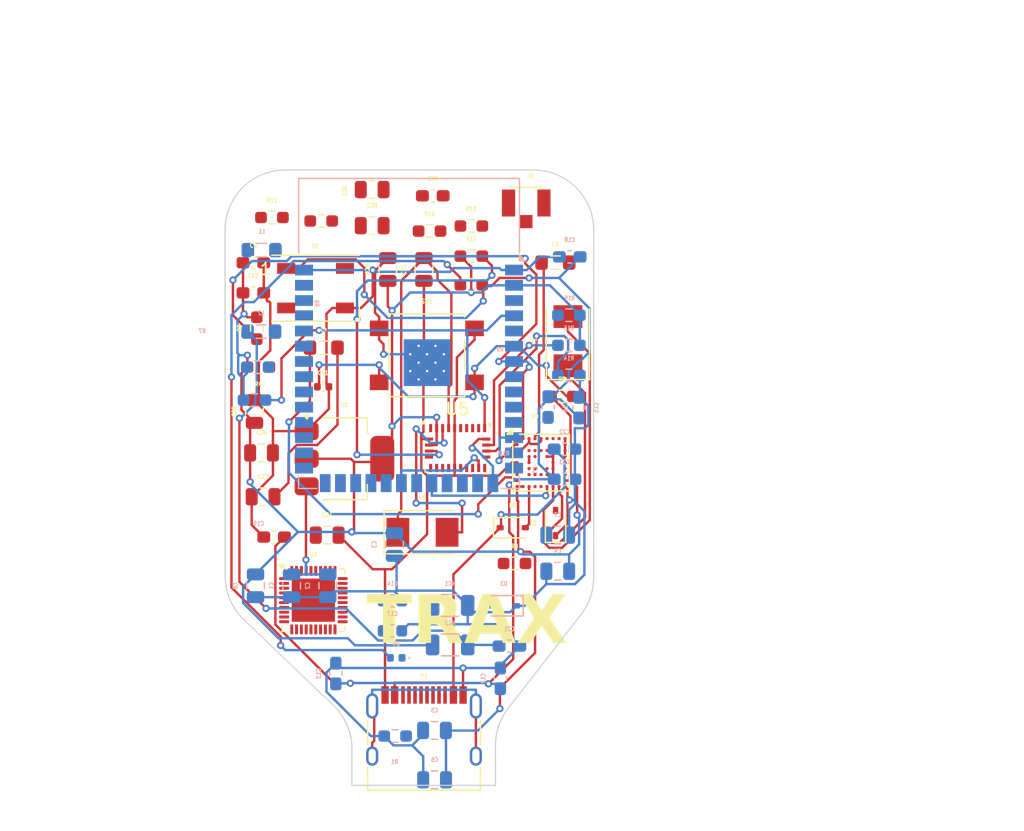
<source format=kicad_pcb>
(kicad_pcb (version 20240108) (generator "pcbnew") (generator_version "8.0")
  (layers (0 "F.Cu" signal) (31 "B.Cu" signal) (34 "B.Paste" user) (35 "F.Paste" user) (36 "B.SilkS" user "B.Silkscreen") (37 "F.SilkS" user "F.Silkscreen") (38 "B.Mask" user) (39 "F.Mask" user) (44 "Edge.Cuts" user))
  (net 0 "")
  (net 1 "+3V3")
  (net 2 "GND")
  (net 3 "EN")
  (net 4 "Net-(U3-VMID)")
  (net 5 "VSYS")
  (net 6 "Net-(U3-VREF)")
  (net 7 "Net-(U3-FB1)")
  (net 8 "VBUS")
  (net 9 "SW_L1")
  (net 10 "Net-(U4-V_CORE)")
  (net 11 "Net-(U5-XOUT32{slash}CLKSEL1)")
  (net 12 "Net-(U5-XIN32)")
  (net 13 "Net-(U5-CAP)")
  (net 14 "D+")
  (net 15 "D-")
  (net 16 "ANT")
  (net 17 "Net-(U3-SW)")
  (net 18 "Net-(U3-LX1)")
  (net 19 "Net-(U4-V_DCDC_OUT)")
  (net 20 "Net-(U3-TS)")
  (net 21 "Net-(P1-SHIELD)")
  (net 23 "Net-(JP1-A)")
  (net 25 "PMIC_IRQ")
  (net 26 "SCL_MASTER")
  (net 27 "SDA_MASTER")
  (net 28 "LEDCNTRL")
  (net 29 "SDA_GPS")
  (net 30 "SCL_GPS")
  (net 31 "PRES_SENS")
  (net 32 "Net-(U5-PS0{slash}WAKE)")
  (net 33 "Net-(U5-PS1)")
  (net 34 "Net-(U5-~{BOOT})")
  (net 35 "Net-(U5-~{RST})")
  (net 36 "Net-(U5-~{H_CS})")
  (net 37 "Net-(U5-SA0{slash}H_MOSI)")
  (net 38 "TXD")
  (net 39 "INT_GPS")
  (net 40 "INT_IMU")
  (net 41 "GPIO0")
  (net 42 "RXD")
  (net 43 "GPIO46")
  (net 44 "LNA_GPS")
  (net 45 "TIMEPULSE_GPS")
  (net 46 "RESET_GPS")
  (net 47 "PMIC_PWRON")
  (net 50 "+1V5")
  (net 57 "VBAT")
  (net 70 "+2V8")
  (net 77 "Net-(U4-RTC_O)")
  (net 78 "Net-(U4-RTC_I)")
  (net 91 "Net-(U1-VI)")
  (net 92 "Net-(C24-Pad1)")
  (net 94 "Net-(D1-DIN)")
  (net 95 "Net-(D4-A)")
  (net 96 "Net-(D4-K)")
  (footprint "Resistor_SMD:R_0603_1608Metric_Pad0.98x0.95mm_HandSolder" (layer "F.Cu") (at 94.9025 54.78)
    (property "Reference" "R9")
    (property "Value" "1M")
  )
  (footprint "Capacitor_SMD:C_0805_2012Metric" (layer "F.Cu") (at 89.93 74.11)
    (property "Reference" "C26")
    (property "Value" "100n")
  )
  (footprint "Capacitor_SMD:C_0805_2012Metric" (layer "F.Cu") (at 90.06 77.77)
    (property "Reference" "C27")
    (property "Value" "4.7u")
  )
  (footprint "RF_GPS:ublox_ZOE_M8" (layer "F.Cu") (at 113.22 74.92)
    (property "Reference" "U4")
    (property "Value" "ZOE-M8Q")
  )
  (footprint "Resistor_SMD:R_0603_1608Metric_Pad0.98x0.95mm_HandSolder" (layer "F.Cu") (at 89.6675 66.96 180)
    (property "Reference" "R4")
    (property "Value" "4.7k")
  )
  (footprint "Capacitor_SMD:C_0805_2012Metric" (layer "F.Cu") (at 100.45 58.82 90)
    (property "Reference" "C29")
    (property "Value" "100n")
  )
  (footprint "Resistor_SMD:R_0603_1608Metric_Pad0.98x0.95mm_HandSolder" (layer "F.Cu") (at 89.54 63.7175 90)
    (property "Reference" "R3")
    (property "Value" "4.7k")
  )
  (footprint "Diode_SMD:D_SOD-323" (layer "F.Cu") (at 114.43 79.96 90)
    (property "Reference" "D2")
    (property "Value" "SD05_SOD323")
  )
  (footprint "U.FL-R-SMT_01_:HRS_U.FL-R-SMT_01_" (layer "F.Cu") (at 111.985 53.28)
    (property "Reference" "J2")
    (property "Value" "U.FL-R-SMT_01_")
  )
  (footprint "Resistor_SMD:R_0603_1608Metric_Pad0.98x0.95mm_HandSolder" (layer "F.Cu") (at 114.9575 69.4)
    (property "Reference" "R5")
    (property "Value" "10k")
  )
  (footprint "Crystal:Crystal_SMD_Abracon_ABM3-2Pin_5.0x3.2mm" (layer "F.Cu") (at 103.34 80.73)
    (property "Reference" "Y2")
    (property "Value" "32.768Khz Crystal")
  )
  (footprint "Capacitor_SMD:C_0603_1608Metric_Pad1.08x0.95mm_HandSolder" (layer "F.Cu") (at 90.9775 81.13)
    (property "Reference" "C19")
    (property "Value" "22u")
  )
  (footprint "Resistor_SMD:R_0603_1608Metric_Pad0.98x0.95mm_HandSolder" (layer "F.Cu") (at 107.4125 55.2)
    (property "Reference" "R18")
    (property "Value" "10k")
  )
  (footprint "Package_TO_SOT_SMD:SOT-223-3_TabPin2" (layer "F.Cu") (at 96.84 74.6)
    (property "Reference" "U1")
    (property "Value" "AMS1117-3.3")
  )
  (footprint "Package_LGA:LGA-28_5.2x3.8mm_P0.5mm" (layer "F.Cu") (at 106.27 73.71)
    (property "Reference" "U5")
    (property "Value" "BNO080")
  )
  (footprint "Capacitor_SMD:C_0603_1608Metric_Pad1.08x0.95mm_HandSolder" (layer "F.Cu") (at 89.25 60.77)
    (property "Reference" "C10")
    (property "Value" "0.1u")
  )
  (footprint "Connector_USB:USB_C_Receptacle_HRO_TYPE-C-31-M-12" (layer "F.Cu") (at 103.47 98.34)
    (property "Reference" "P1")
    (property "Value" "USB_C_Plug_USB2.0")
  )
  (footprint "Capacitor_SMD:C_0603_1608Metric_Pad1.08x0.95mm_HandSolder" (layer "F.Cu") (at 104.1975 52.68)
    (property "Reference" "C20")
    (property "Value" "22u")
  )
  (footprint "Capacitor_SMD:C_0805_2012Metric" (layer "F.Cu") (at 103.46 58.82 90)
    (property "Reference" "C31")
    (property "Value" "22p")
  )
  (footprint "Resistor_SMD:R_0603_1608Metric_Pad0.98x0.95mm_HandSolder" (layer "F.Cu") (at 107.4075 60.11)
    (property "Reference" "R10")
    (property "Value" "1k")
  )
  (footprint "Button_Switch_SMD:SW_SPST_B3S-1000" (layer "F.Cu") (at 103.705 65.98)
    (property "Reference" "SW1")
    (property "Value" "SW_Push")
  )
  (footprint "Capacitor_SMD:C_0805_2012Metric" (layer "F.Cu") (at 99.15 55.17)
    (property "Reference" "C28")
    (property "Value" "100n")
  )
  (footprint "Inductor_SMD:L_0805_2012Metric_Pad1.05x1.20mm_HandSolder" (layer "F.Cu") (at 95.11 65.34)
    (property "Reference" "L4")
    (property "Value" "2.2u")
  )
  (footprint "Capacitor_SMD:C_0805_2012Metric" (layer "F.Cu") (at 89.3425 70.66 90)
    (property "Reference" "C25")
    (property "Value" "1u")
  )
  (footprint "Package_DFN_QFN:QFN-40-1EP_5x5mm_P0.4mm_EP3.6x3.6mm" (layer "F.Cu") (at 94.25 86.39)
    (property "Reference" "U3")
    (property "Value" "AXP2101")
  )
  (footprint "Diode_SMD:D_SOD-323" (layer "F.Cu") (at 110.86 80.35)
    (property "Reference" "D5")
    (property "Value" "SD05_SOD323")
  )
  (footprint "Crystal:Crystal_SMD_Abracon_ABM3-2Pin_5.0x3.2mm" (layer "F.Cu") (at 115.46 64.8 90)
    (property "Reference" "Y1")
    (property "Value" "32.768Khz Crystal")
  )
  (footprint "Resistor_SMD:R_0603_1608Metric_Pad0.98x0.95mm_HandSolder" (layer "F.Cu") (at 103.9325 55.62)
    (property "Reference" "R16")
    (property "Value" "10k")
  )
  (footprint "Capacitor_SMD:C_0402_1005Metric" (layer "F.Cu") (at 95.06 68.6)
    (property "Reference" "C11")
    (property "Value" "100n")
  )
  (footprint "Resistor_SMD:R_0603_1608Metric_Pad0.98x0.95mm_HandSolder" (layer "F.Cu") (at 90.7975 54.49)
    (property "Reference" "R11")
    (property "Value" "4.7k")
  )
  (footprint "Inductor_SMD:L_0805_2012Metric_Pad1.05x1.20mm_HandSolder" (layer "F.Cu") (at 114.415 58.25)
    (property "Reference" "L3")
    (property "Value" "10u")
  )
  (footprint "Resistor_SMD:R_0603_1608Metric_Pad0.98x0.95mm_HandSolder" (layer "F.Cu") (at 107.4125 57.71)
    (property "Reference" "R17")
    (property "Value" "10k")
  )
  (footprint "Capacitor_SMD:C_0805_2012Metric" (layer "F.Cu") (at 95.4 80.97)
    (property "Reference" "C24")
    (property "Value" "1u")
  )
  (footprint "Resistor_SMD:R_0603_1608Metric_Pad0.98x0.95mm_HandSolder" (layer "F.Cu") (at 111.0125 83.33)
    (property "Reference" "R8")
    (property "Value" "510")
  )
  (footprint "LED_SMD:LED_WS2812B_PLCC4_5.0x5.0mm_P3.2mm" (layer "F.Cu") (at 94.43 60.38)
    (property "Reference" "D1")
    (property "Value" "WS2812B")
  )
  (footprint "Capacitor_SMD:C_0805_2012Metric" (layer "F.Cu") (at 99.15 52.16)
    (property "Reference" "C30")
    (property "Value" "22p")
  )
  (footprint "Capacitor_SMD:C_0603_1608Metric_Pad1.08x0.95mm_HandSolder" (layer "F.Cu") (at 89.25 58.26)
    (property "Reference" "C9")
    (property "Value" "22u")
  )
  (footprint "Capacitor_SMD:C_0603_1608Metric_Pad1.08x0.95mm_HandSolder" (layer "B.Cu") (at 109.83 92.91 -90)
    (property "Reference" "C12")
    (property "Value" "10u")
  )
  (footprint "Capacitor_SMD:C_0603_1608Metric" (layer "B.Cu") (at 100.8375 88.95 180)
    (property "Reference" "C17")
    (property "Value" "1u")
  )
  (footprint "Resistor_SMD:R_0603_1608Metric_Pad0.98x0.95mm_HandSolder" (layer "B.Cu") (at 115.54 65.145 180)
    (property "Reference" "R15")
    (property "Value" "10k")
  )
  (footprint "Inductor_SMD:L_0805_2012Metric_Pad1.05x1.20mm_HandSolder" (layer "B.Cu") (at 89.94 57.21 180)
    (property "Reference" "L1")
    (property "Value" "1u")
  )
  (footprint "Capacitor_SMD:C_0805_2012Metric" (layer "B.Cu") (at 104.35 101.37 180)
    (property "Reference" "C6")
    (property "Value" "1u")
  )
  (footprint "Capacitor_SMD:C_0805_2012Metric" (layer "B.Cu") (at 114.61 80.97 180)
    (property "Reference" "C7")
    (property "Value" "100n")
  )
  (footprint "Capacitor_SMD:C_0805_2012Metric" (layer "B.Cu") (at 95.45 85.19 -90)
    (property "Reference" "C2")
    (property "Value" "100n")
  )
  (footprint "LED_SMD:LED_0402_1005Metric" (layer "B.Cu") (at 101.1525 91.2 180)
    (property "Reference" "D4")
    (property "Value" "LED")
  )
  (footprint "Capacitor_SMD:C_0603_1608Metric_Pad1.08x0.95mm_HandSolder" (layer "B.Cu") (at 116.38 70.3425 90)
    (property "Reference" "C15")
    (property "Value" "22u")
  )
  (footprint "Resistor_SMD:R_0603_1608Metric_Pad0.98x0.95mm_HandSolder" (layer "B.Cu") (at 115.54 67.655 180)
    (property "Reference" "R14")
    (property "Value" "10k")
  )
  (footprint "Capacitor_SMD:C_0805_2012Metric" (layer "B.Cu") (at 89.43 85.19 -90)
    (property "Reference" "C8")
    (property "Value" "100n")
  )
  (footprint "Capacitor_SMD:C_0603_1608Metric_Pad1.08x0.95mm_HandSolder" (layer "B.Cu") (at 110.5825 90.22 180)
    (property "Reference" "C21")
    (property "Value" "22u")
  )
  (footprint "Capacitor_SMD:C_0603_1608Metric_Pad1.08x0.95mm_HandSolder" (layer "B.Cu") (at 96.12 92.5025 -90)
    (property "Reference" "C13")
    (property "Value" "10u")
  )
  (footprint "Capacitor_SMD:C_0603_1608Metric_Pad1.08x0.95mm_HandSolder" (layer "B.Cu") (at 115.1775 76.31 180)
    (property "Reference" "C23")
    (property "Value" "10u")
  )
  (footprint "RF_Module:ESP32-S3-WROOM-1" (layer "B.Cu") (at 102.22 64.13 180)
    (property "Reference" "U2")
    (property "Value" "ESP32-S3-WROOM-1")
  )
  (footprint "Resistor_SMD:R_0603_1608Metric_Pad0.98x0.95mm_HandSolder" (layer "B.Cu") (at 89.6075 66.97 180)
    (property "Reference" "R6")
    (property "Value" "4.7k")
  )
  (footprint "Capacitor_SMD:C_0805_2012Metric" (layer "B.Cu") (at 104.34 97.25 180)
    (property "Reference" "C5")
    (property "Value" "100n")
  )
  (footprint "Capacitor_SMD:C_0805_2012Metric" (layer "B.Cu") (at 114.61 83.98 180)
    (property "Reference" "C4")
    (property "Value" "100n")
  )
  (footprint "Capacitor_SMD:C_0603_1608Metric_Pad1.08x0.95mm_HandSolder" (layer "B.Cu") (at 115.1775 73.8 180)
    (property "Reference" "C22")
    (property "Value" "10u")
  )
  (footprint "Resistor_SMD:R_0603_1608Metric_Pad0.98x0.95mm_HandSolder" (layer "B.Cu") (at 89.3425 69.71 180)
    (property "Reference" "R7")
    (property "Value" "4.7k")
  )
  (footprint "Resistor_SMD:R_1206_3216Metric" (layer "B.Cu") (at 105.6475 86.83 180)
    (property "Reference" "NC1")
    (property "Value" "0")
  )
  (footprint "Resistor_SMD:R_0603_1608Metric_Pad0.98x0.95mm_HandSolder" (layer "B.Cu") (at 101.0625 97.72 180)
    (property "Reference" "R1")
    (property "Value" "10k")
  )
  (footprint "Capacitor_SMD:C_0805_2012Metric" (layer "B.Cu") (at 92.44 85.19 -90)
    (property "Reference" "C1")
    (property "Value" "1u")
  )
  (footprint "Capacitor_SMD:C_0603_1608Metric_Pad1.08x0.95mm_HandSolder" (layer "B.Cu") (at 113.81 70.2925 90)
    (property "Reference" "C16")
    (property "Value" "10u")
  )
  (footprint "Capacitor_SMD:C_0805_2012Metric" (layer "B.Cu") (at 101.01 81.75 -90)
    (property "Reference" "C3")
    (property "Value" "1u")
  )
  (footprint "Resistor_SMD:R_1206_3216Metric" (layer "B.Cu") (at 105.6475 90.12 180)
    (property "Reference" "NC2")
    (property "Value" "0")
  )
  (footprint "Diode_SMD:D_SOD-323" (layer "B.Cu") (at 110.1225 86.86 180)
    (property "Reference" "D3")
    (property "Value" "SD05_SOD323")
  )
  (footprint "Capacitor_SMD:C_0603_1608Metric" (layer "B.Cu") (at 100.8375 86.44 180)
    (property "Reference" "C14")
    (property "Value" "1u")
  )
  (footprint "Resistor_SMD:R_0603_1608Metric_Pad0.98x0.95mm_HandSolder" (layer "B.Cu") (at 115.54 62.635 180)
    (property "Reference" "R19")
    (property "Value" "10k")
  )
  (footprint "Inductor_SMD:L_0805_2012Metric_Pad1.05x1.20mm_HandSolder" (layer "B.Cu") (at 89.91 64 180)
    (property "Reference" "L2")
    (property "Value" "1u")
  )
  (footprint "Capacitor_SMD:C_0603_1608Metric_Pad1.08x0.95mm_HandSolder" (layer "B.Cu") (at 115.61 57.77 180)
    (property "Reference" "C18")
    (property "Value" "10u")
  )
  (gr_line (start 112.608599 50.53) (end 91.892085 50.53) (stroke (width 0.1)) (layer "Edge.Cuts"))
  (gr_line (start 97.465868 98.796423) (end 97.46 101.83) (stroke (width 0.1)) (layer "Edge.Cuts"))
  (gr_line (start 86.892085 55.532084) (end 86.904112 84.38552) (stroke (width 0.1)) (layer "Edge.Cuts"))
  (gr_arc (start 117.600479 84.519465) (mid 117.330852 86.13784) (end 116.551874 87.5818) (stroke (width 0.1)) (layer "Edge.Cuts"))
  (gr_arc (start 109.4234 98.496846) (mid 109.691185 96.872514) (end 110.471995 95.423209) (stroke (width 0.1)) (layer "Edge.Cuts"))
  (gr_arc (start 95.928998 95.180259) (mid 97.067553 96.831045) (end 97.465868 98.796423) (stroke (width 0.1)) (layer "Edge.Cuts"))
  (gr_arc (start 88.440991 87.989929) (mid 87.304745 86.34455) (end 86.904112 84.38552) (stroke (width 0.1)) (layer "Edge.Cuts"))
  (gr_line (start 109.43 101.83) (end 109.4234 98.496846) (stroke (width 0.1)) (layer "Edge.Cuts"))
  (gr_line (start 117.600479 84.519465) (end 117.608599 55.531401) (stroke (width 0.1)) (layer "Edge.Cuts"))
  (gr_line (start 97.46 101.83) (end 109.43 101.83) (stroke (width 0.1)) (layer "Edge.Cuts"))
  (gr_line (start 88.440991 87.989929) (end 95.928998 95.180259) (stroke (width 0.1)) (layer "Edge.Cuts"))
  (gr_arc (start 86.892085 55.532084) (mid 88.355814 51.995203) (end 91.892085 50.53) (stroke (width 0.1)) (layer "Edge.Cuts"))
  (gr_line (start 110.471995 95.423209) (end 116.551874 87.5818) (stroke (width 0.1)) (layer "Edge.Cuts"))
  (gr_arc (start 112.608599 50.53) (mid 116.144629 51.994961) (end 117.608599 55.531401) (stroke (width 0.1)) (layer "Edge.Cuts"))
  (gr_text "TRAX" (at 98.67 90.64 0) (layer "F.SilkS") (effects (font (size 4 4) (thickness 0.2) (bold yes)) (justify left bottom)))
  (segment (start 115.6719 76.42) (end 116.2223 76.9704) (width 0.2) (layer "F.Cu") (net 1))
  (segment (start 100.45 61.8948) (end 100.8065 62.2513) (width 0.2) (layer "F.Cu") (net 1))
  (segment (start 104.52 72.0475) (end 104.52 71.1414) (width 0.2) (layer "F.Cu") (net 1))
  (segment (start 111.22 78.0644) (end 111.3079 78.1523) (width 0.2) (layer "F.Cu") (net 1))
  (segment (start 104.2021 73.46) (end 103.8825 73.46) (width 0.2) (layer "F.Cu") (net 1))
  (segment (start 89.3425 71.61) (end 88.98 71.9725) (width 0.2) (layer "F.Cu") (net 1))
  (segment (start 93.69 74.6) (end 97.3679 74.6) (width 0.2) (layer "F.Cu") (net 1))
  (segment (start 115.6719 76.42) (end 115.22 76.42) (width 0.2) (layer "F.Cu") (net 1))
  (segment (start 89.54 62.805) (end 88.7534 62.805) (width 0.2) (layer "F.Cu") (net 1))
  (segment (start 88.98 71.9725) (end 88.98 74.11) (width 0.2) (layer "F.Cu") (net 1))
  (segment (start 88.3875 62.4391) (end 88.4748 62.5264) (width 0.2) (layer "F.Cu") (net 1))
  (segment (start 111.72 76.92) (end 111.22 76.92) (width 0.2) (layer "F.Cu") (net 1))
  (segment (start 100.8067 71.8933) (end 100.8067 62.2515) (width 0.2) (layer "F.Cu") (net 1))
  (segment (start 111.3079 82.1344) (end 111.5205 82.347) (width 0.2) (layer "F.Cu") (net 1))
  (segment (start 88.2601 70.5276) (end 88.2601 67.4549) (width 0.2) (layer "F.Cu") (net 1))
  (segment (start 107.4005 60.7406) (end 107.4006 60.7406) (width 0.2) (layer "F.Cu") (net 1))
  (segment (start 115.6719 71.0269) (end 114.045 69.4) (width 0.2) (layer "F.Cu") (net 1))
  (segment (start 88.3875 60.77) (end 88.3875 62.4391) (width 0.2) (layer "F.Cu") (net 1))
  (segment (start 104.5217 72.6884) (end 104.5217 73.46) (width 0.2) (layer "F.Cu") (net 1))
  (segment (start 111.5205 82.347) (end 112.2892 82.347) (width 0.2) (layer "F.Cu") (net 1))
  (segment (start 99.99 74.6) (end 100.8067 73.7833) (width 0.2) (layer "F.Cu") (net 1))
  (segment (start 104.52 72.6867) (end 104.5217 72.6884) (width 0.2) (layer "F.Cu") (net 1))
  (segment (start 100.8067 73.7833) (end 100.8067 71.8933) (width 0.2) (layer "F.Cu") (net 1))
  (segment (start 104.2021 73.46) (end 104.5217 73.46) (width 0.2) (layer "F.Cu") (net 1))
  (segment (start 97.6349 74.867) (end 99.723 74.867) (width 0.2) (layer "F.Cu") (net 1))
  (segment (start 104.52 72.2662) (end 104.52 72.0475) (width 0.2) (layer "F.Cu") (net 1))
  (segment (start 106.5 57.71) (end 107.4005 58.6105) (width 0.2) (layer "F.Cu") (net 1))
  (segment (start 97.6349 80.5081) (end 97.6349 74.867) (width 0.2) (layer "F.Cu") (net 1))
  (segment (start 97.443 80.7) (end 97.6349 80.5081) (width 0.2) (layer "F.Cu") (net 1))
  (segment (start 99.723 74.867) (end 99.99 74.6) (width 0.2) (layer "F.Cu") (net 1))
  (segment (start 100.8067 62.2515) (end 100.8065 62.2513) (width 0.2) (layer "F.Cu") (net 1))
  (segment (start 88.755 65.97) (end 88.755 66.96) (width 0.2) (layer "F.Cu") (net 1))
  (segment (start 109.7917 93.7119) (end 109.7917 95.4334) (width 0.2) (layer "F.Cu") (net 1))
  (segment (start 112.7215 90.7821) (end 109.7917 93.7119) (width 0.2) (layer "F.Cu") (net 1))
  (segment (start 112.7215 82.7793) (end 112.7215 90.7821) (width 0.2) (layer "F.Cu") (net 1))
  (segment (start 88.3875 58.26) (end 88.3875 60.77) (width 0.2) (layer "F.Cu") (net 1))
  (segment (start 107.4005 58.6105) (end 107.4005 60.7406) (width 0.2) (layer "F.Cu") (net 1))
  (segment (start 111.22 76.92) (end 111.22 78.0644) (width 0.2) (layer "F.Cu") (net 1))
  (segment (start 115.6719 76.42) (end 115.6719 71.0269) (width 0.2) (layer "F.Cu") (net 1))
  (segment (start 97.3679 74.6) (end 97.6349 74.867) (width 0.2) (layer "F.Cu") (net 1))
  (segment (start 88.2601 67.4549) (end 88.755 66.96) (width 0.2) (layer "F.Cu") (net 1))
  (segment (start 88.7534 62.805) (end 88.4748 62.5264) (width 0.2) (layer "F.Cu") (net 1))
  (segment (start 111.3079 78.1523) (end 111.3079 82.1344) (width 0.2) (layer "F.Cu") (net 1))
  (segment (start 112.2892 82.347) (end 112.7215 82.7793) (width 0.2) (layer "F.Cu") (net 1))
  (segment (start 104.52 72.2662) (end 104.52 72.6867) (width 0.2) (layer "F.Cu") (net 1))
  (segment (start 100.45 59.77) (end 100.45 61.8948) (width 0.2) (layer "F.Cu") (net 1))
  (segment (start 88.98 74.11) (end 88.98 76.5284) (width 0.2) (layer "F.Cu") (net 1))
  (segment (start 89.3425 71.61) (end 88.2601 70.5276) (width 0.2) (layer "F.Cu") (net 1))
  (segment (start 116.2223 76.9704) (end 116.2223 79.2981) (width 0.2) (layer "F.Cu") (net 1))
  (via (at 100.8065 62.2513) (size 0.6) (drill 0.3) (layers "F.Cu" "B.Cu") (net 1))
  (via (at 88.755 65.97) (size 0.6) (drill 0.3) (layers "F.Cu" "B.Cu") (net 1))
  (via (at 107.4006 60.7406) (size 0.6) (drill 0.3) (layers "F.Cu" "B.Cu") (net 1))
  (via (at 104.52 71.1414) (size 0.6) (drill 0.3) (layers "F.Cu" "B.Cu") (net 1))
  (via (at 116.2223 79.2981) (size 0.6) (drill 0.3) (layers "F.Cu" "B.Cu") (net 1))
  (via (at 100.8067 71.8933) (size 0.6) (drill 0.3) (layers "F.Cu" "B.Cu") (net 1))
  (via (at 109.7917 95.4334) (size 0.6) (drill 0.3) (layers "F.Cu" "B.Cu") (net 1))
  (via (at 111.5205 82.347) (size 0.6) (drill 0.3) (layers "F.Cu" "B.Cu") (net 1))
  (via (at 88.98 76.5284) (size 0.6) (drill 0.3) (layers "F.Cu" "B.Cu") (net 1))
  (via (at 88.4748 62.5264) (size 0.6) (drill 0.3) (layers "F.Cu" "B.Cu") (net 1))
  (via (at 97.443 80.7) (size 0.6) (drill 0.3) (layers "F.Cu" "B.Cu") (net 1))
  (segment (start 111.7493 82.5758) (end 111.5205 82.347) (width 0.2) (layer "B.Cu") (net 1))
  (segment (start 102.3172 60.7406) (end 107.4006 60.7406) (width 0.2) (layer "B.Cu") (net 1))
  (segment (start 88.0261 67.5386) (end 88.0261 67.4728) (width 0.2) (layer "B.Cu") (net 1))
  (segment (start 87.9852 67.4319) (end 87.9852 66.0781) (width 0.2) (layer "B.Cu") (net 1))
  (segment (start 88.98 76.5284) (end 88.98 76.71) (width 0.2) (layer "B.Cu") (net 1))
  (segment (start 101.01 80.8) (end 97.543 80.8) (width 0.2) (layer "B.Cu") (net 1))
  (segment (start 88.0933 65.97) (end 88.755 65.97) (width 0.2) (layer "B.Cu") (net 1))
  (segment (start 88.695 67.4834) (end 88.43 67.7484) (width 0.2) (layer "B.Cu") (net 1))
  (segment (start 116.4525 62.635) (end 116.4525 65.145) (width 0.2) (layer "B.Cu") (net 1))
  (segment (start 113.9575 60.14) (end 112.0217 60.14) (width 0.2) (layer "B.Cu") (net 1))
  (segment (start 88.43 67.7484) (end 88.2359 67.7484) (width 0.2) (layer "B.Cu") (net 1))
  (segment (start 115.56 83.98) (end 115.56 82.5758) (width 0.2) (layer "B.Cu") (net 1))
  (segment (start 97.7067 90.1527) (end 104.1523 90.1527) (width 0.2) (layer "B.Cu") (net 1))
  (segment (start 104.1523 90.1527) (end 104.185 90.12) (width 0.2) (layer "B.Cu") (net 1))
  (segment (start 88.695 66.97) (end 88.695 67.4834) (width 0.2) (layer "B.Cu") (net 1))
  (segment (start 91.341 89.5664) (end 97.1204 89.5664) (width 0.2) (layer "B.Cu") (net 1))
  (segment (start 100.8067 71.8933) (end 101.5586 71.1414) (width 0.2) (layer "B.Cu") (net 1))
  (segment (start 87.9852 66.0781) (end 88.0933 65.97) (width 0.2) (layer "B.Cu") (net 1))
  (segment (start 88.0261 67.4728) (end 87.9852 67.4319) (width 0.2) (layer "B.Cu") (net 1))
  (segment (start 115.56 82.5758) (end 116.3901 81.7457) (width 0.2) (layer "B.Cu") (net 1))
  (segment (start 108.2659 60.7406) (end 108.8665 60.14) (width 0.2) (layer "B.Cu") (net 1))
  (segment (start 116.4525 62.635) (end 113.9575 60.14) (width 0.2) (layer "B.Cu") (net 1))
  (segment (start 115.56 82.5758) (end 111.7493 82.5758) (width 0.2) (layer "B.Cu") (net 1))
  (segment (start 105.3 97.26) (end 105.29 97.25) (width 0.2) (layer "B.Cu") (net 1))
  (segment (start 105.3 101.37) (end 105.3 97.26) (width 0.2) (layer "B.Cu") (net 1))
  (segment (start 116.3901 81.7457) (end 116.3901 79.4659) (width 0.2) (layer "B.Cu") (net 1))
  (segment (start 88.2359 67.7484) (end 88.0261 67.5386) (width 0.2) (layer "B.Cu") (net 1))
  (segment (start 110.97 60.14) (end 112.0217 60.14) (width 0.2) (layer "B.Cu") (net 1))
  (segment (start 108.8665 60.14) (end 110.97 60.14) (width 0.2) (layer "B.Cu") (net 1))
  (segment (start 107.4006 60.7406) (end 108.2659 60.7406) (width 0.2) (layer "B.Cu") (net 1))
  (segment (start 87.9209 63.0803) (end 88.4748 62.5264) (width 0.2) (layer "B.Cu") (net 1))
  (segment (start 89.43 84.24) (end 88.3983 85.2717) (width 0.2) (layer "B.Cu") (net 1))
  (segment (start 97.443 80.7) (end 92.97 80.7) (width 0.2) (layer "B.Cu") (net 1))
  (segment (start 88.98 76.71) (end 92.97 80.7) (width 0.2) (layer "B.Cu") (net 1))
  (segment (start 87.9209 65.7976) (end 87.9209 63.0803) (width 0.2) (layer "B.Cu") (net 1))
  (segment (start 102.557 82.347) (end 101.01 80.8) (width 0.2) (layer "B.Cu") (net 1))
  (segment (start 88.43 69.71) (end 88.43 67.7484) (width 0.2) (layer "B.Cu") (net 1))
  (segment (start 92.97 80.7) (end 89.43 84.24) (width 0.2) (layer "B.Cu") (net 1))
  (segment (start 107.9651 97.26) (end 109.7917 95.4334) (width 0.2) (layer "B.Cu") (net 1))
  (segment (start 105.3 97.26) (end 107.9651 97.26) (width 0.2) (layer "B.Cu") (net 1))
  (segment (start 88.0933 65.97) (end 87.9209 65.7976) (width 0.2) (layer "B.Cu") (net 1))
  (segment (start 97.1204 89.5664) (end 97.7067 90.1527) (width 0.2) (layer "B.Cu") (net 1))
  (segment (start 101.5586 71.1414) (end 104.52 71.1414) (width 0.2) (layer "B.Cu") (net 1))
  (segment (start 111.5205 82.347) (end 102.557 82.347) (width 0.2) (layer "B.Cu") (net 1))
  (segment (start 116.3901 79.4659) (end 116.2223 79.2981) (width 0.2) (layer "B.Cu") (net 1))
  (segment (start 88.3983 86.6237) (end 91.341 89.5664) (width 0.2) (layer "B.Cu") (net 1))
  (segment (start 97.543 80.8) (end 97.443 80.7) (width 0.2) (layer "B.Cu") (net 1))
  (segment (start 88.3983 85.2717) (end 88.3983 86.6237) (width 0.2) (layer "B.Cu") (net 1))
  (segment (start 100.8065 62.2513) (end 102.3172 60.7406) (width 0.2) (layer "B.Cu") (net 1))
  (segment (start 90.1125 58.26) (end 90.1125 59.515) (width 0.2) (layer "F.Cu") (net 2))
  (segment (start 114.43 81.01) (end 115.4208 80.0192) (width 0.2) (layer "F.Cu") (net 2))
  (segment (start 103.02 66.59) (end 103.02 65.19) (width 0.2) (layer "F.Cu") (net 2))
  (segment (start 103.8825 72.96) (end 103.2433 72.96) (width 0.2) (layer "F.Cu") (net 2))
  (segment (start 99.73 64.6817) (end 100.0931 65.0448) (width 0.2) (layer "F.Cu") (net 2))
  (segment (start 103.7248 80.893) (end 100.8068 83.811) (width 0.2) (layer "F.Cu") (net 2))
  (segment (start 100.8068 83.811) (end 100.22 83.811) (width 0.2) (layer "F.Cu") (net 2))
  (segment (start 115.22 73.42) (end 115.22 72.92) (width 0.2) (layer "F.Cu") (net 2))
  (segment (start 90.6602 65.5706) (end 89.7035 66.5273) (width 0.2) (layer "F.Cu") (net 2))
  (segment (start 112.9616 73.3721) (end 113.22 73.1137) (width 0.2) (layer "F.Cu") (net 2))
  (segment (start 103.7248 76.0117) (end 106.02 76.0117) (width 0.2) (layer "F.Cu") (net 2))
  (segment (start 112.22 73.2388) (end 112.3533 73.3721) (width 0.2) (layer "F.Cu") (net 2))
  (segment (start 106.72 94.295) (end 106.72 92.0475) (width 0.2) (layer "F.Cu") (net 2))
  (segment (start 115.4208 78.0353) (end 115.5886 78.0353) (width 0.2) (layer "F.Cu") (net 2))
  (segment (start 112.22 72.92) (end 112.22 73.2388) (width 0.2) (layer "F.Cu") (net 2))
  (segment (start 104.42 66.59) (end 104.42 67.99) (width 0.2) (layer "F.Cu") (net 2))
  (segment (start 99.191 83.811) (end 96.35 80.97) (width 0.2) (layer "F.Cu") (net 2))
  (segment (start 96.88 62.03) (end 95.8283 62.03) (width 0.2) (layer "F.Cu") (net 2))
  (segment (start 90.4346 61.4786) (end 90.5425 61.4786) (width 0.2) (layer "F.Cu") (net 2))
  (segment (start 90.88 74.11) (end 90.88 76) (width 0.2) (layer "F.Cu") (net 2))
  (segment (start 99.73 63.73) (end 99.73 64.6817) (width 0.2) (layer "F.Cu") (net 2))
  (segment (start 106.2065 66.1552) (end 106.2065 69.5063) (width 0.2) (layer "F.Cu") (net 2))
  (segment (start 90.3762 60.7632) (end 90.3762 61.4202) (width 0.2) (layer "F.Cu") (net 2))
  (segment (start 109.6877 76.0117) (end 110.7794 74.92) (width 0.2) (layer "F.Cu") (net 2))
  (segment (start 113.22 73.1137) (end 113.22 72.92) (width 0.2) (layer "F.Cu") (net 2))
  (segment (start 110.7794 74.92) (end 111.22 74.92) (width 0.2) (layer "F.Cu") (net 2))
  (segment (start 90.88 72.3) (end 90.88 74.11) (width 0.2) (layer "F.Cu") (net 2))
  (segment (start 96.88 62.03) (end 97.9317 62.03) (width 0.2) (layer "F.Cu") (net 2))
  (segment (start 107.68 64.6817) (end 106.2065 66.1552) (width 0.2) (layer "F.Cu") (net 2))
  (segment (start 103.4214 68.3914) (end 103.02 67.99) (width 0.2) (layer "F.Cu") (net 2))
  (segment (start 103.2433 72.5379) (end 103.4214 72.3598) (width 0.2) (layer "F.Cu") (net 2))
  (segment (start 115.4208 77.1208) (end 115.22 76.92) (width 0.2) (layer "F.Cu") (net 2))
  (segment (start 106.02 75.3725) (end 106.02 76.0117) (width 0.2) (layer "F.Cu") (net 2))
  (segment (start 114.22 74.42) (end 114.22 73.92) (width 0.2) (layer "F.Cu") (net 2))
  (segment (start 114.22 75.92) (end 114.22 75.42) (width 0.2) (layer "F.Cu") (net 2))
  (segment (start 113.72 74.42) (end 114.22 74.42) (width 0.2) (layer "F.Cu") (net 2))
  (segment (start 99.1987 58.87) (end 99.1987 61.0584) (width 0.2) (layer "F.Cu") (net 2))
  (segment (start 100.22 94.295) (end 100.22 93.2683) (width 0.2) (layer "F.Cu") (net 2))
  (segment (start 90.5425 61.4786) (end 90.6602 61.5963) (width 0.2) (layer "F.Cu") (net 2))
  (segment (start 107.68 63.73) (end 107.68 64.6817) (width 0.2) (layer "F.Cu") (net 2))
  (segment (start 103.2433 72.96) (end 103.2433 75.5302) (width 0.2) (layer "F.Cu") (net 2))
  (segment (start 103.02 66.59) (end 103.02 67.99) (width 0.2) (layer "F.Cu") (net 2))
  (segment (start 90.1125 59.515) (end 90.1125 60.77) (width 0.2) (layer "F.Cu") (net 2))
  (segment (start 111.5388 73.92) (end 111.22 73.92) (width 0.2) (layer "F.Cu") (net 2))
  (segment (start 102.32 65.89) (end 102.32 67.29) (width 0.2) (layer "F.Cu") (net 2))
  (segment (start 106.02 69.6928) (end 106.02 72.0475) (width 0.2) (layer "F.Cu") (net 2))
  (segment (start 99.1987 61.0584) (end 98.2271 62.03) (width 0.2) (layer "F.Cu") (net 2))
  (segment (start 112.22 73.2388) (end 111.5388 73.92) (width 0.2) (layer "F.Cu") (net 2))
  (segment (start 114.22 74.92) (end 114.22 74.42) (width 0.2) (layer "F.Cu") (net 2))
  (segment (start 103.2433 72.96) (end 103.2433 72.5379) (width 0.2) (layer "F.Cu") (net 2))
  (segment (start 99.73 63.73) (end 99.73 62.7783) (width 0.2) (layer "F.Cu") (net 2))
  (segment (start 115.22 74.42) (end 115.22 73.92) (width 0.2) (layer "F.Cu") (net 2))
  (segment (start 114.22 75.42) (end 114.22 74.92) (width 0.2) (layer "F.Cu") (net 2))
  (segment (start 99.3902 62.4385) (end 99.73 62.7783) (width 0.2) (layer "F.Cu") (net 2))
  (segment (start 100.22 83.811) (end 99.191 83.811) (width 0.2) (layer "F.Cu") (net 2))
  (segment (start 100.45 57.87) (end 99.3902 58.9298) (width 0.2) (layer "F.Cu") (net 2))
  (segment (start 90.1125 60.4995) (end 90.3762 60.7632) (width 0.2) (layer "F.Cu") (net 2))
  (segment (start 89.11 80.125) (end 89.11 77.77) (width 0.2) (layer "F.Cu") (net 2))
  (segment (start 106.02 72.0475) (end 106.02 75.3725) (width 0.2) (layer "F.Cu") (net 2))
  (segment (start 112.22 80.04) (end 112.22 76.92) (width 0.2) (layer "F.Cu") (net 2))
  (segment (start 103.02 65.19) (end 103.46 64.75) (width 0.2) (layer "F.Cu") (net 2))
  (segment (start 115.4208 80.0192) (end 115.4208 78.0353) (width 0.2) (layer "F.Cu") (net 2))
  (segment (start 111.91 80.35) (end 112.22 80.04) (width 0.2) (layer "F.Cu") (net 2))
  (segment (start 89.7035 69.349) (end 89.3425 69.71) (width 0.2) (layer "F.Cu") (net 2))
  (segment (start 95.3433 62.515) (end 95.8283 62.03) (width 0.2) (layer "F.Cu") (net 2))
  (segment (start 113.72 75.92) (end 114.22 75.92) (width 0.2) (layer "F.Cu") (net 2))
  (segment (start 89.3425 69.71) (end 90.88 71.2475) (width 0.2) (layer "F.Cu") (net 2))
  (segment (start 115.4208 78.0353) (end 115.4208 77.1208) (width 0.2) (layer "F.Cu") (net 2))
  (segment (start 115.22 73.92) (end 115.22 73.42) (width 0.2) (layer "F.Cu") (net 2))
  (segment (start 93.69 72.3) (end 95.54 70.45) (width 0.2) (layer "F.Cu") (net 2))
  (segment (start 90.88 72.3) (end 93.69 72.3) (width 0.2) (layer "F.Cu") (net 2))
  (segment (start 106.2065 69.5063) (end 106.02 69.6928) (width 0.2) (layer "F.Cu") (net 2))
  (segment (start 100.22 83.811) (end 100.22 93.2683) (width 0.2) (layer "F.Cu") (net 2))
  (segment (start 103.2433 75.5302) (end 103.7248 76.0117) (width 0.2) (layer "F.Cu") (net 2))
  (segment (start 90.1125 59.515) (end 90.1125 60.4995) (width 0.2) (layer "F.Cu") (net 2))
  (segment (start 90.3762 61.4202) (end 90.4346 61.4786) (width 0.2) (layer "F.Cu") (net 2))
  (segment (start 99.2585 58.9298) (end 99.1987 58.87) (width 0.2) (layer "F.Cu") (net 2))
  (segment (start 95.54 68.6) (end 95.3433 68.4033) (width 0.2) (layer "F.Cu") (net 2))
  (segment (start 103.4214 72.3598) (end 103.4214 68.3914) (width 0.2) (layer "F.Cu") (net 2))
  (segment (start 90.115 81.13) (end 89.11 80.125) (width 0.2) (layer "F.Cu") (net 2))
  (segment (start 106.02 76.0117) (end 109.6877 76.0117) (width 0.2) (layer "F.Cu") (net 2))
  (segment (start 100.0931 65.0448) (end 100.0931 65.89) (width 0.2) (layer "F.Cu") (net 2))
  (segment (start 103.7248 76.0117) (end 103.7248 80.893) (width 0.2) (layer "F.Cu") (net 2))
  (segment (start 90.88 71.2475) (end 90.88 72.3) (width 0.2) (layer "F.Cu") (net 2))
  (segment (start 103.46 64.75) (end 103.46 59.77) (width 0.2) (layer "F.Cu") (net 2))
  (segment (start 89.7035 66.5273) (end 89.7035 69.349) (width 0.2) (layer "F.Cu") (net 2))
  (segment (start 90.6602 61.5963) (end 90.6602 65.5706) (width 0.2) (layer "F.Cu") (net 2))
  (segment (start 99.3902 58.9298) (end 99.2585 58.9298) (width 0.2) (layer "F.Cu") (net 2))
  (segment (start 98.2271 62.03) (end 97.9317 62.03) (width 0.2) (layer "F.Cu") (net 2))
  (segment (start 95.3433 68.4033) (end 95.3433 62.515) (width 0.2) (layer "F.Cu") (net 2))
  (segment (start 99.3902 58.9298) (end 99.3902 62.4385) (width 0.2) (layer "F.Cu") (net 2))
  (segment (start 112.22 74.92) (end 112.22 74.42) (width 0.2) (layer "F.Cu") (net 2))
  (segment (start 90.88 76) (end 89.11 77.77) (width 0.2) (layer "F.Cu") (net 2))
  (segment (start 105.12 65.89) (end 105.12 67.29) (width 0.2) (layer "F.Cu") (net 2))
  (segment (start 112.3533 73.3721) (end 112.9616 73.3721) (width 0.2) (layer "F.Cu") (net 2))
  (segment (start 95.54 70.45) (end 95.54 68.6) (width 0.2) (layer "F.Cu") (net 2))
  (via (at 115.5886 78.0353) (size 0.6) (drill 0.3) (layers "F.Cu" "B.Cu") (net 2))
  (via (at 100.0931 65.89) (size 0.6) (drill 0.3) (layers "F.Cu" "B.Cu") (net 2))
  (via (at 106.72 92.0475) (size 0.6) (drill 0.3) (layers "F.Cu" "B.Cu") (net 2))
  (via (at 99.1987 58.87) (size 0.6) (drill 0.3) (layers "F.Cu" "B.Cu") (net 2))
  (segment (start 106.72 92.0475) (end 109.83 92.0475) (width 0.2) (layer "B.Cu") (net 2))
  (segment (start 101.1845 85.5951) (end 101.1845 82.8745) (width 0.2) (layer "B.Cu") (net 2))
  (segment (start 107.673 87.393) (end 110.6395 87.393) (width 0.2) (layer "B.Cu") (net 2))
  (segment (start 116.04 78.0353) (end 115.5886 78.0353) (width 0.2) (layer "B.Cu") (net 2))
  (segment (start 107.11 88.3975) (end 102.165 88.3975) (width 0.2) (layer "B.Cu") (net 2))
  (segment (start 111.445 90.22) (end 109.6225 88.3975) (width 0.2) (layer "B.Cu") (net 2))
  (segment (start 107.11 86.83) (end 107.673 87.393) (width 0.2) (layer "B.Cu") (net 2))
  (segment (start 115.56 80.97) (end 115.56 78.8604) (width 0.2) (layer "B.Cu") (net 2))
  (segment (start 103.4 101.37) (end 103.4 99.4138) (width 0.2) (layer "B.Cu") (net 2))
  (segment (start 95.3407 94.0254) (end 99.0353 97.72) (width 0.2) (layer "B.Cu") (net 2))
  (segment (start 102.165 88.3975) (end 101.6125 88.95) (width 0.2) (layer "B.Cu") (net 2))
  (segment (start 109.7575 58.7092) (end 109.9183 58.87) (width 0.2) (layer "B.Cu") (net 2))
  (segment (start 103.4 99.4138) (end 102.4838 98.4976) (width 0.2) (layer "B.Cu") (net 2))
  (segment (start 95.9372 85.6528) (end 101.01 85.6528) (width 0.2) (layer "B.Cu") (net 2))
  (segment (start 116.2377 78.3804) (end 116.8304 78.9731) (width 0.2) (layer "B.Cu") (net 2))
  (segment (start 110.97 58.87) (end 109.9183 58.87) (width 0.2) (layer "B.Cu") (net 2))
  (segment (start 113.1217 57.77) (end 114.7475 57.77) (width 0.2) (layer "B.Cu") (net 2))
  (segment (start 110.97 58.87) (end 112.0217 58.87) (width 0.2) (layer "B.Cu") (net 2))
  (segment (start 116.04 73.8) (end 116.04 76.31) (width 0.2) (layer "B.Cu") (net 2))
  (segment (start 116.8304 84.2694) (end 116.0498 85.05) (width 0.2) (layer "B.Cu") (net 2))
  (segment (start 116.04 78.3804) (end 116.04 78.0353) (width 0.2) (layer "B.Cu") (net 2))
  (segment (start 99.1987 58.87) (end 99.3441 59.0154) (width 0.2) (layer "B.Cu") (net 2))
  (segment (start 111.85 86.86) (end 111.1725 86.86) (width 0.2) (layer "B.Cu") (net 2))
  (segment (start 92.44 86.14) (end 95.45 86.14) (width 0.2) (layer "B.Cu") (net 2))
  (segment (start 109.83 91.835) (end 109.83 92.0475) (width 0.2) (layer "B.Cu") (net 2))
  (segment (start 103.37 67.29) (end 103.72 67.29) (width 0.2) (layer "B.Cu") (net 2))
  (segment (start 110.6395 87.393) (end 111.1725 86.86) (width 0.2) (layer "B.Cu") (net 2))
  (segment (start 116.4525 69.48) (end 116.4525 67.655) (width 0.2) (layer "B.Cu") (net 2))
  (segment (start 116.8796 72.0544) (end 117.1594 71.7746) (width 0.2) (layer "B.Cu") (net 2))
  (segment (start 101.6125 86.2553) (end 101.6125 86.44) (width 0.2) (layer "B.Cu") (net 2))
  (segment (start 92.44 86.14) (end 89.43 86.14) (width 0.2) (layer "B.Cu") (net 2))
  (segment (start 103.72 65.89) (end 105.12 65.89) (width 0.2) (layer "B.Cu") (net 2))
  (segment (start 113.66 83.98) (end 113.66 85.05) (width 0.2) (layer "B.Cu") (net 2))
  (segment (start 93.47 58.87) (end 94.5217 58.87) (width 0.2) (layer "B.Cu") (net 2))
  (segment (start 103.37 66.59) (end 103.72 66.59) (width 0.2) (layer "B.Cu") (net 2))
  (segment (start 101.01 85.6528) (end 101.0684 85.7112) (width 0.2) (layer "B.Cu") (net 2))
  (segment (start 96.12 91.64) (end 96.5275 92.0475) (width 0.2) (layer "B.Cu") (net 2))
  (segment (start 111.445 90.22) (end 109.83 91.835) (width 0.2) (layer "B.Cu") (net 2))
  (segment (start 101.0684 85.7112) (end 101.6125 86.2553) (width 0.2) (layer "B.Cu") (net 2))
  (segment (start 115.56 78.8604) (end 116.04 78.3804) (width 0.2) (layer "B.Cu") (net 2))
  (segment (start 116.04 72.0544) (end 116.8796 72.0544) (width 0.2) (layer "B.Cu") (net 2))
  (segment (start 107.11 86.83) (end 107.11 88.3975) (width 0.2) (layer "B.Cu") (net 2))
  (segment (start 103.39 97.25) (end 103.39 97.5914) (width 0.2) (layer "B.Cu") (net 2))
  (segment (start 117.1594 70.1869) (end 116.4525 69.48) (width 0.2) (layer "B.Cu") (net 2))
  (segment (start 96.5275 92.0475) (end 106.72 92.0475) (width 0.2) (layer "B.Cu") (net 2))
  (segment (start 103.37 66.59) (end 103.37 67.29) (width 0.2) (layer "B.Cu") (net 2))
  (segment (start 99.0353 97.72) (end 100.15 97.72) (width 0.2) (layer "B.Cu") (net 2))
  (segment (start 116.8304 78.9731) (end 116.8304 84.2694) (width 0.2) (layer "B.Cu") (net 2))
  (segment (start 117.1594 71.7746) (end 117.1594 70.1869) (width 0.2) (layer "B.Cu") (net 2))
  (segment (start 103.39 97.5914) (end 102.4838 98.4976) (width 0.2) (layer "B.Cu") (net 2))
  (segment (start 102.32 67.29) (end 103.37 67.29) (width 0.2) (layer "B.Cu") (net 2))
  (segment (start 103.72 66.59) (end 104.42 66.59) (width 0.2) (layer "B.Cu") (net 2))
  (segment (start 103.02 66.59) (end 103.37 66.59) (width 0.2) (layer "B.Cu") (net 2))
  (segment (start 103.72 65.89) (end 102.32 65.89) (width 0.2) (layer "B.Cu") (net 2))
  (segment (start 102.32 65.89) (end 100.0931 65.89) (width 0.2) (layer "B.Cu") (net 2))
  (segment (start 105.8751 85.5951) (end 107.11 86.83) (width 0.2) (layer "B.Cu") (net 2))
  (segment (start 116.04 78.0353) (end 116.04 76.31) (width 0.2) (layer "B.Cu") (net 2))
  (segment (start 103.02 65.19) (end 104.42 65.19) (width 0.2) (layer "B.Cu") (net 2))
  (segment (start 101.0684 85.7112) (end 101.1845 85.5951) (width 0.2) (layer "B.Cu") (net 2))
  (segment (start 101.1845 82.8745) (end 101.01 82.7) (width 0.2) (layer "B.Cu") (net 2))
  (segment (start 116.0498 85.05) (end 113.66 85.05) (width 0.2) (layer "B.Cu") (net 2))
  (segment (start 116.04 78.3804) (end 116.2377 78.3804) (width 0.2) (layer "B.Cu") (net 2))
  (segment (start 112.0217 58.87) (end 113.1217 57.77) (width 0.2) (layer "B.Cu") (net 2))
  (segment (start 95.45 86.14) (end 95.9372 85.6528) (width 0.2) (layer "B.Cu") (net 2))
  (segment (start 95.3407 92.4193) (end 95.3407 94.0254) (width 0.2) (layer "B.Cu") (net 2))
  (segment (start 99.3441 59.0154) (end 105.653 59.0154) (width 0.2) (layer "B.Cu") (net 2))
  (segment (start 109.6225 88.3975) (end 107.11 88.3975) (width 0.2) (layer "B.Cu") (net 2))
  (segment (start 101.1845 85.5951) (end 105.8751 85.5951) (width 0.2) (layer "B.Cu") (net 2))
  (segment (start 105.653 59.0154) (end 105.9592 58.7092) (width 0.2) (layer "B.Cu") (net 2))
  (segment (start 116.04 73.8) (end 116.04 72.0544) (width 0.2) (layer "B.Cu") (net 2))
  (segment (start 99.1987 58.87) (end 94.5217 58.87) (width 0.2) (layer "B.Cu") (net 2))
  (segment (start 96.12 91.64) (end 95.3407 92.4193) (width 0.2) (layer "B.Cu") (net 2))
  (segment (start 113.66 85.05) (end 111.85 86.86) (width 0.2) (layer "B.Cu") (net 2))
  (segment (start 102.4838 98.4976) (end 100.9276 98.4976) (width 0.2) (layer "B.Cu") (net 2))
  (segment (start 116.4525 69.48) (end 116.38 69.48) (width 0.2) (layer "B.Cu") (net 2))
  (segment (start 100.9276 98.4976) (end 100.15 97.72) (width 0.2) (layer "B.Cu") (net 2))
  (segment (start 105.9592 58.7092) (end 109.7575 58.7092) (width 0.2) (layer "B.Cu") (net 2))
  (segment (start 93.0317 58.73) (end 93.7834 57.9783) (width 0.2) (layer "F.Cu") (net 5))
  (segment (start 97.7806 57.9783) (end 98.4933 58.691) (width 0.2) (layer "F.Cu") (net 5))
  (segment (start 110.896 91.3019) (end 110.896 81.0434) (width 0.2) (layer "F.Cu") (net 5))
  (segment (start 109.7633 59.526) (end 112.2241 59.526) (width 0.2) (layer "F.Cu") (net 5))
  (segment (start 91.0845 81.8855) (end 91.84 81.13) (width 0.2) (layer "F.Cu") (net 5))
  (segment (start 93.7834 57.9783) (end 97.7806 57.9783) (width 0.2) (layer "F.Cu") (net 5))
  (segment (start 98.4933 58.691) (end 98.4933 60.9129) (width 0.2) (layer "F.Cu") (net 5))
  (segment (start 108.4067 60.1967) (end 109.0927 60.1967) (width 0.2) (layer "F.Cu") (net 5))
  (segment (start 110.5709 80.7183) (end 110.5709 76.7905) (width 0.2) (layer "F.Cu") (net 5))
  (segment (start 108.32 60.11) (end 108.4067 60.1967) (width 0.2) (layer "F.Cu") (net 5))
  (segment (start 110.896 81.0434) (end 110.5709 80.7183) (width 0.2) (layer "F.Cu") (net 5))
  (segment (start 108.4067 60.1967) (end 108.4067 61.4484) (width 0.2) (layer "F.Cu") (net 5))
  (segment (start 95.9843 93.3206) (end 91.0845 88.4208) (width 0.2) (layer "F.Cu") (net 5))
  (segment (start 109.0927 60.1967) (end 109.7633 59.5261) (width 0.2) (layer "F.Cu") (net 5))
  (segment (start 91.0845 88.4208) (end 91.0845 81.8855) (width 0.2) (layer "F.Cu") (net 5))
  (segment (start 109.7633 59.5261) (end 109.7633 59.526) (width 0.2) (layer "F.Cu") (net 5))
  (segment (start 108.8329 93.365) (end 110.896 91.3019) (width 0.2) (layer "F.Cu") (net 5))
  (segment (start 97.3264 93.3206) (end 95.9843 93.3206) (width 0.2) (layer "F.Cu") (net 5))
  (segment (start 91.98 58.73) (end 93.0317 58.73) (width 0.2) (layer "F.Cu") (net 5))
  (via (at 110.5709 76.7905) (size 0.6) (drill 0.3) (layers "F.Cu" "B.Cu") (net 5))
  (via (at 108.8329 93.365) (size 0.6) (drill 0.3) (layers "F.Cu" "B.Cu") (net 5))
  (via (at 98.4933 60.9129) (size 0.6) (drill 0.3) (layers "F.Cu" "B.Cu") (net 5))
  (via (at 108.4067 61.4484) (size 0.6) (drill 0.3) (layers "F.Cu" "B.Cu") (net 5))
  (via (at 112.2241 59.526) (size 0.6) (drill 0.3) (layers "F.Cu" "B.Cu") (net 5))
  (via (at 97.3264 93.3206) (size 0.6) (drill 0.3) (layers "F.Cu" "B.Cu") (net 5))
  (segment (start 96.1644 93.3206) (end 96.12 93.365) (width 0.2) (layer "B.Cu") (net 5))
  (segment (start 98.4933 60.9129) (end 100.4353 62.8549) (width 0.2) (layer "B.Cu") (net 5))
  (segment (start 114.315 76.31) (end 111.0514 76.31) (width 0.2) (layer "B.Cu") (net 5))
  (segment (start 113.81 69.6429) (end 114.8179 69.6429) (width 0.2) (layer "B.Cu") (net 5))
  (segment (start 97.3264 93.3206) (end 96.1644 93.3206) (width 0.2) (layer "B.Cu") (net 5))
  (segment (start 108.7663 93.2984) (end 97.3486 93.2984) (width 0.2) (layer "B.Cu") (net 5))
  (segment (start 115.54 67.3067) (end 116.4467 66.4) (width 0.2) (layer "B.Cu") (net 5))
  (segment (start 117.2655 65.6805) (end 117.2655 62.075) (width 0.2) (layer "B.Cu") (net 5))
  (segment (start 114.1442 69.43) (end 115.54 68.0342) (width 0.2) (layer "B.Cu") (net 5))
  (segment (start 115.54 68.0342) (end 115.54 67.3067) (width 0.2) (layer "B.Cu") (net 5))
  (segment (start 114.8179 69.6429) (end 116.38 71.205) (width 0.2) (layer "B.Cu") (net 5))
  (segment (start 113.0309 70.422) (end 113.81 69.6429) (width 0.2) (layer "B.Cu") (net 5))
  (segment (start 114.315 76.31) (end 113.0309 75.0259) (width 0.2) (layer "B.Cu") (net 5))
  (segment (start 108.8329 93.365) (end 108.7663 93.2984) (width 0.2) (layer "B.Cu") (net 5))
  (segment (start 97.3486 93.2984) (end 97.3264 93.3206) (width 0.2) (layer "B.Cu") (net 5))
  (segment (start 114.7165 59.526) (end 112.2241 59.526) (width 0.2) (layer "B.Cu") (net 5))
  (segment (start 113.81 69.6429) (end 113.81 69.43) (width 0.2) (layer "B.Cu") (net 5))
  (segment (start 113.0309 75.0259) (end 113.0309 70.422) (width 0.2) (layer "B.Cu") (net 5))
  (segment (start 100.4353 62.8549) (end 107.0002 62.8549) (width 0.2) (layer "B.Cu") (net 5))
  (segment (start 116.4725 57.77) (end 114.7165 59.526) (width 0.2) (layer "B.Cu") (net 5))
  (segment (start 111.0514 76.31) (end 110.5709 76.7905) (width 0.2) (layer "B.Cu") (net 5))
  (segment (start 113.81 69.43) (end 114.1442 69.43) (width 0.2) (layer "B.Cu") (net 5))
  (segment (start 109.83 93.7725) (end 109.4225 93.365) (width 0.2) (layer "B.Cu") (net 5))
  (segment (start 107.0002 62.8549) (end 108.4067 61.4484) (width 0.2) (layer "B.Cu") (net 5))
  (segment (start 117.2655 62.075) (end 114.7165 59.526) (width 0.2) (layer "B.Cu") (net 5))
  (segment (start 109.4225 93.365) (end 108.8329 93.365) (width 0.2) (layer "B.Cu") (net 5))
  (segment (start 116.546 66.4) (end 117.2655 65.6805) (width 0.2) (layer "B.Cu") (net 5))
  (segment (start 116.4467 66.4) (end 116.546 66.4) (width 0.2) (layer "B.Cu") (net 5))
  (segment (start 88.0885 84.8628) (end 90.304 87.0783) (width 0.2) (layer "F.Cu") (net 7))
  (segment (start 88.0885 71.2182) (end 88.0885 84.8628) (width 0.2) (layer "F.Cu") (net 7))
  (via (at 88.0885 71.2182) (size 0.6) (drill 0.3) (layers "F.Cu" "B.Cu") (net 7))
  (via (at 90.304 87.0783) (size 0.6) (drill 0.3) (layers "F.Cu" "B.Cu") (net 7))
  (segment (start 88.1847 71.2182) (end 88.0885 71.2182) (width 0.2) (layer "B.Cu") (net 7))
  (segment (start 103.3382 88.9334) (end 102.5206 89.751) (width 0.2) (layer "B.Cu") (net 7))
  (segment (start 102.5206 89.751) (end 99.6424 89.751) (width 0.2) (layer "B.Cu") (net 7))
  (segment (start 89.5321 69.1362) (end 89.4132 69.2551) (width 0.2) (layer "B.Cu") (net 7))
  (segment (start 89.4132 69.2551) (end 89.4132 69.9897) (width 0.2) (layer "B.Cu") (net 7))
  (segment (start 107.11 90.12) (end 105.9234 88.9334) (width 0.2) (layer "B.Cu") (net 7))
  (segment (start 105.9234 88.9334) (end 103.3382 88.9334) (width 0.2) (layer "B.Cu") (net 7))
  (segment (start 96.9697 87.0783) (end 90.304 87.0783) (width 0.2) (layer "B.Cu") (net 7))
  (segment (start 109.72 90.22) (end 109.62 90.12) (width 0.2) (layer "B.Cu") (net 7))
  (segment (start 89.5321 64.7721) (end 89.5321 69.1362) (width 0.2) (layer "B.Cu") (net 7))
  (segment (start 89.4132 69.9897) (end 88.1847 71.2182) (width 0.2) (layer "B.Cu") (net 7))
  (segment (start 109.62 90.12) (end 107.11 90.12) (width 0.2) (layer "B.Cu") (net 7))
  (segment (start 88.76 64) (end 89.5321 64.7721) (width 0.2) (layer "B.Cu") (net 7))
  (segment (start 99.6424 89.751) (end 96.9697 87.0783) (width 0.2) (layer "B.Cu") (net 7))
  (segment (start 109.81 80.35) (end 109.8895 80.2705) (width 0.2) (layer "F.Cu") (net 8))
  (segment (start 105.92 93.2683) (end 105.92 94.295) (width 0.2) (layer "F.Cu") (net 8))
  (segment (start 101.02 94.295) (end 101.02 93.2683) (width 0.2) (layer "F.Cu") (net 8))
  (segment (start 101.02 93.2683) (end 105.92 93.2683) (width 0.2) (layer "F.Cu") (net 8))
  (segment (start 109.81 80.35) (end 105.92 84.24) (width 0.2) (layer "F.Cu") (net 8))
  (segment (start 105.92 84.24) (end 105.92 93.2683) (width 0.2) (layer "F.Cu") (net 8))
  (segment (start 109.8895 80.2705) (end 109.8895 79.2573) (width 0.2) (layer "F.Cu") (net 8))
  (via (at 109.8895 79.2573) (size 0.6) (drill 0.3) (layers "F.Cu" "B.Cu") (net 8))
  (segment (start 115.1775 74.6625) (end 115.1775 76.9952) (width 0.2) (layer "B.Cu") (net 8))
  (segment (start 112.9154 79.2573) (end 109.8895 79.2573) (width 0.2) (layer "B.Cu") (net 8))
  (segment (start 115.1775 76.9952) (end 112.9154 79.2573) (width 0.2) (layer "B.Cu") (net 8))
  (segment (start 114.315 73.8) (end 115.1775 74.6625) (width 0.2) (layer "B.Cu") (net 8))
  (segment (start 115.87 69.4) (end 115.3652 69.4) (width 0.2) (layer "F.Cu") (net 9))
  (segment (start 107.68 68.23) (end 107.68 67.0601) (width 0.2) (layer "F.Cu") (net 9))
  (segment (start 113.657 67.6918) (end 113.657 66.8204) (width 0.2) (layer "F.Cu") (net 9))
  (segment (start 115.3652 69.4) (end 113.657 67.6918) (width 0.2) (layer "F.Cu") (net 9))
  (segment (start 107.68 69.1817) (end 107.5619 69.2998) (width 0.2) (layer "F.Cu") (net 9))
  (segment (start 94.58 68.6) (end 94.7221 68.4579) (width 0.2) (layer "F.Cu") (net 9))
  (segment (start 94.7221 68.4579) (end 94.7221 66.7683) (width 0.2) (layer "F.Cu") (net 9))
  (segment (start 99.73 68.23) (end 99.73 66.7683) (width 0.2) (layer "F.Cu") (net 9))
  (segment (start 107.68 68.23) (end 107.68 69.1817) (width 0.2) (layer "F.Cu") (net 9))
  (segment (start 107.5619 69.2998) (end 107.5619 69.4199) (width 0.2) (layer "F.Cu") (net 9))
  (via (at 107.68 67.0601) (size 0.6) (drill 0.3) (layers "F.Cu" "B.Cu") (net 9))
  (via (at 107.5619 69.4199) (size 0.6) (drill 0.3) (layers "F.Cu" "B.Cu") (net 9))
  (via (at 99.73 66.7683) (size 0.6) (drill 0.3) (layers "F.Cu" "B.Cu") (net 9))
  (via (at 94.7221 66.7683) (size 0.6) (drill 0.3) (layers "F.Cu" "B.Cu") (net 9))
  (via (at 113.657 66.8204) (size 0.6) (drill 0.3) (layers "F.Cu" "B.Cu") (net 9))
  (segment (start 109.9183 65.22) (end 109.5201 65.22) (width 0.2) (layer "B.Cu") (net 9))
  (segment (start 110.97 65.22) (end 111.3653 65.22) (width 0.2) (layer "B.Cu") (net 9))
  (segment (start 94.7221 66.7683) (end 99.73 66.7683) (width 0.2) (layer "B.Cu") (net 9))
  (segment (start 110.545 65.22) (end 110.97 65.22) (width 0.2) (layer "B.Cu") (net 9))
  (segment (start 110.545 65.22) (end 109.9183 65.22) (width 0.2) (layer "B.Cu") (net 9))
  (segment (start 99.73 67.0081) (end 99.73 66.7683) (width 0.2) (layer "B.Cu") (net 9))
  (segment (start 112.9657 66.8204) (end 113.657 66.8204) (width 0.2) (layer "B.Cu") (net 9))
  (segment (start 109.5201 65.22) (end 107.68 67.0601) (width 0.2) (layer "B.Cu") (net 9))
  (segment (start 111.3653 65.22) (end 112.9657 66.8204) (width 0.2) (layer "B.Cu") (net 9))
  (segment (start 102.1418 69.4199) (end 99.73 67.0081) (width 0.2) (layer "B.Cu") (net 9))
  (segment (start 107.5619 69.4199) (end 102.1418 69.4199) (width 0.2) (layer "B.Cu") (net 9))
  (segment (start 92.1796 76.6004) (end 92.1796 74.1489) (width 0.2) (layer "F.Cu") (net 10))
  (segment (start 96.26 71.7609) (end 96.26 65.34) (width 0.2) (layer "F.Cu") (net 10))
  (segment (start 91.01 77.77) (end 92.1796 76.6004) (width 0.2) (layer "F.Cu") (net 10))
  (segment (start 92.8785 73.45) (end 94.5709 73.45) (width 0.2) (layer "F.Cu") (net 10))
  (segment (start 94.5709 73.45) (end 96.26 71.7609) (width 0.2) (layer "F.Cu") (net 10))
  (segment (start 92.1796 74.1489) (end 92.8785 73.45) (width 0.2) (layer "F.Cu") (net 10))
  (segment (start 105.52 72.0475) (end 105.52 68.614) (width 0.2) (layer "F.Cu") (net 11))
  (segment (start 103.46 57.87) (end 101.5694 59.7606) (width 0.2) (layer "F.Cu") (net 11))
  (segment (start 105.747 68.387) (end 105.747 60.8357) (width 0.2) (layer "F.Cu") (net 11))
  (segment (start 105.747 60.8357) (end 104.5943 59.683) (width 0.2) (layer "F.Cu") (net 11))
  (segment (start 101.5694 78.9489) (end 101.29 79.2283) (width 0.2) (layer "F.Cu") (net 11))
  (segment (start 101.5694 59.7606) (end 101.5694 78.9489) (width 0.2) (layer "F.Cu") (net 11))
  (segment (start 105.52 68.614) (end 105.747 68.387) (width 0.2) (layer "F.Cu") (net 11))
  (segment (start 101.29 80.73) (end 101.29 79.2283) (width 0.2) (layer "F.Cu") (net 11))
  (segment (start 104.5943 59.683) (end 104.5943 59.0043) (width 0.2) (layer "F.Cu") (net 11))
  (segment (start 104.5943 59.0043) (end 103.46 57.87) (width 0.2) (layer "F.Cu") (net 11))
  (segment (start 106.6417 80.73) (end 106.6417 78.2963) (width 0.2) (layer "F.Cu") (net 12))
  (segment (start 105.02 72.0475) (end 105.02 73.1603) (width 0.2) (layer "F.Cu") (net 12))
  (segment (start 102.8165 72.1138) (end 102.8165 78.2963) (width 0.2) (layer "F.Cu") (net 12))
  (segment (start 105.39 80.73) (end 106.6417 80.73) (width 0.2) (layer "F.Cu") (net 12))
  (segment (start 105.02 73.1603) (end 105.1439 73.2842) (width 0.2) (layer "F.Cu") (net 12))
  (via (at 105.1439 73.2842) (size 0.6) (drill 0.3) (layers "F.Cu" "B.Cu") (net 12))
  (via (at 106.6417 78.2963) (size 0.6) (drill 0.3) (layers "F.Cu" "B.Cu") (net 12))
  (via (at 102.8165 72.1138) (size 0.6) (drill 0.3) (layers "F.Cu" "B.Cu") (net 12))
  (via (at 102.8165 78.2963) (size 0.6) (drill 0.3) (layers "F.Cu" "B.Cu") (net 12))
  (segment (start 102.8165 78.2963) (end 106.6417 78.2963) (width 0.2) (layer "B.Cu") (net 12))
  (segment (start 102.8165 72.1138) (end 103.9869 73.2842) (width 0.2) (layer "B.Cu") (net 12))
  (segment (start 103.9869 73.2842) (end 105.1439 73.2842) (width 0.2) (layer "B.Cu") (net 12))
  (segment (start 113.4414 65.5404) (end 113.4414 58.4264) (width 0.2) (layer "F.Cu") (net 16))
  (segment (start 113.4414 58.4264) (end 113.265 58.25) (width 0.2) (layer "F.Cu") (net 16))
  (segment (start 112.72 72.92) (end 112.72 72.727) (width 0.2) (layer "F.Cu") (net 16))
  (segment (start 112.72 72.727) (end 113.0552 72.3918) (width 0.2) (layer "F.Cu") (net 16))
  (segment (start 113.0552 65.9266) (end 113.4414 65.5404) (width 0.2) (layer "F.Cu") (net 16))
  (segment (start 113.0552 72.3918) (end 113.0552 65.9266) (width 0.2) (layer "F.Cu") (net 16))
  (segment (start 111.0515 76.42) (end 110.7848 76.1533) (width 0.2) (layer "F.Cu") (net 19))
  (segment (start 111.22 76.42) (end 111.0515 76.42) (width 0.2) (layer "F.Cu") (net 19))
  (segment (start 110.2263 76.1533) (end 107.9864 78.3932) (width 0.2) (layer "F.Cu") (net 19))
  (segment (start 107.9864 78.3932) (end 107.9864 79.2164) (width 0.2) (layer "F.Cu") (net 19))
  (segment (start 93.96 65.34) (end 93.96 69.7864) (width 0.2) (layer "F.Cu") (net 19))
  (segment (start 93.96 69.7864) (end 92.2145 71.5319) (width 0.2) (layer "F.Cu") (net 19))
  (segment (start 110.7848 76.1533) (end 110.2263 76.1533) (width 0.2) (layer "F.Cu") (net 19))
  (via (at 92.2145 71.5319) (size 0.6) (drill 0.3) (layers "F.Cu" "B.Cu") (net 19))
  (via (at 107.9864 79.2164) (size 0.6) (drill 0.3) (layers "F.Cu" "B.Cu") (net 19))
  (segment (start 95.662 79.2164) (end 92.2145 75.7689) (width 0.2) (layer "B.Cu") (net 19))
  (segment (start 107.9864 79.2164) (end 95.662 79.2164) (width 0.2) (layer "B.Cu") (net 19))
  (segment (start 92.2145 75.7689) (end 92.2145 71.5319) (width 0.2) (layer "B.Cu") (net 19))
  (segment (start 99.15 99.39) (end 99.15 98.2883) (width 0.2) (layer "F.Cu") (net 21))
  (segment (start 107.79 95.21) (end 107.79 99.39) (width 0.2) (layer "F.Cu") (net 21))
  (segment (start 99.3197 98.1186) (end 99.3197 95.3797) (width 0.2) (layer "F.Cu") (net 21))
  (segment (start 99.15 98.2883) (end 99.3197 98.1186) (width 0.2) (layer "F.Cu") (net 21))
  (segment (start 99.3197 95.3797) (end 99.15 95.21) (width 0.2) (layer "F.Cu") (net 21))
  (segment (start 107.79 93.8583) (end 99.15 93.8583) (width 0.2) (layer "B.Cu") (net 21))
  (segment (start 99.15 95.21) (end 99.15 93.8583) (width 0.2) (layer "B.Cu") (net 21))
  (segment (start 107.79 95.21) (end 107.79 93.8583) (width 0.2) (layer "B.Cu") (net 21))
  (segment (start 108.0183 72.96) (end 107.4827 73.4956) (width 0.2) (layer "F.Cu") (net 26))
  (segment (start 107.4827 73.4956) (end 107.4827 73.715) (width 0.2) (layer "F.Cu") (net 26))
  (segment (start 108.6575 72.96) (end 108.0183 72.96) (width 0.2) (layer "F.Cu") (net 26))
  (via (at 107.4827 73.715) (size 0.6) (drill 0.3) (layers "F.Cu" "B.Cu") (net 26))
  (segment (start 107.7021 73.715) (end 109.205 75.2179) (width 0.2) (layer "B.Cu") (net 26))
  (segment (start 109.205 76.28) (end 109.205 75.5783) (width 0.2) (layer "B.Cu") (net 26))
  (segment (start 109.205 75.2179) (end 109.205 75.5783) (width 0.2) (layer "B.Cu") (net 26))
  (segment (start 107.4827 73.715) (end 107.7021 73.715) (width 0.2) (layer "B.Cu") (net 26))
  (segment (start 109.205 76.28) (end 109.205 76.63) (width 0.2) (layer "B.Cu") (net 26))
  (segment (start 93.9278 63.896) (end 91.5929 66.2309) (width 0.2) (layer "F.Cu") (net 27))
  (segment (start 91.5929 66.2309) (end 91.5929 69.71) (width 0.2) (layer "F.Cu") (net 27))
  (segment (start 94.7221 63.896) (end 93.9278 63.896) (width 0.2) (layer "F.Cu") (net 27))
  (segment (start 108.52 72.0475) (end 108.52 69.4989) (width 0.2) (layer "F.Cu") (net 27))
  (via (at 108.52 69.4989) (size 0.6) (drill 0.3) (layers "F.Cu" "B.Cu") (net 27))
  (via (at 94.7221 63.896) (size 0.6) (drill 0.3) (layers "F.Cu" "B.Cu") (net 27))
  (via (at 91.5929 69.71) (size 0.6) (drill 0.3) (layers "F.Cu" "B.Cu") (net 27))
  (segment (start 107.076 63.896) (end 107.076 68.0549) (width 0.2) (layer "B.Cu") (net 27))
  (segment (start 108.7023 63.896) (end 107.076 63.896) (width 0.2) (layer "B.Cu") (net 27))
  (segment (start 107.076 68.0549) (end 108.52 69.4989) (width 0.2) (layer "B.Cu") (net 27))
  (segment (start 90.255 69.71) (end 91.5929 69.71) (width 0.2) (layer "B.Cu") (net 27))
  (segment (start 110.97 62.68) (end 109.9183 62.68) (width 0.2) (layer "B.Cu") (net 27))
  (segment (start 109.9183 62.68) (end 108.7023 63.896) (width 0.2) (layer "B.Cu") (net 27))
  (segment (start 107.076 63.896) (end 94.7221 63.896) (width 0.2) (layer "B.Cu") (net 27))
  (segment (start 112.8292 63.3592) (end 109.6984 66.49) (width 0.2) (layer "F.Cu") (net 29))
  (segment (start 87.5474 62.6374) (end 87.5474 59.7013) (width 0.2) (layer "F.Cu") (net 29))
  (segment (start 112.8292 59.2503) (end 112.8292 63.3592) (width 0.2) (layer "F.Cu") (net 29))
  (segment (start 111.72 67.4798) (end 112.2317 66.9681) (width 0.2) (layer "F.Cu") (net 29))
  (segment (start 89.54 64.63) (end 87.5474 62.6374) (width 0.2) (layer "F.Cu") (net 29))
  (segment (start 111.9042 58.3253) (end 112.8292 59.2503) (width 0.2) (layer "F.Cu") (net 29))
  (segment (start 111.72 72.92) (end 111.72 67.4798) (width 0.2) (layer "F.Cu") (net 29))
  (segment (start 111.9042 57.9) (end 111.9042 58.3253) (width 0.2) (layer "F.Cu") (net 29))
  (via (at 87.5474 59.7013) (size 0.6) (drill 0.3) (layers "F.Cu" "B.Cu") (net 29))
  (via (at 112.2317 66.9681) (size 0.6) (drill 0.3) (layers "F.Cu" "B.Cu") (net 29))
  (via (at 109.6984 66.49) (size 0.6) (drill 0.3) (layers "F.Cu" "B.Cu") (net 29))
  (via (at 111.9042 57.9) (size 0.6) (drill 0.3) (layers "F.Cu" "B.Cu") (net 29))
  (segment (start 89.1304 58.1183) (end 87.5474 59.7013) (width 0.2) (layer "B.Cu") (net 29))
  (segment (start 109.9183 66.49) (end 109.6984 66.49) (width 0.2) (layer "B.Cu") (net 29))
  (segment (start 112.2317 66.7) (end 112.2317 66.9681) (width 0.2) (layer "B.Cu") (net 29))
  (segment (start 111.7208 57.7166) (end 92.4287 57.7166) (width 0.2) (layer "B.Cu") (net 29))
  (segment (start 110.97 66.49) (end 112.0217 66.49) (width 0.2) (layer "B.Cu") (net 29))
  (segment (start 110.97 66.49) (end 109.9183 66.49) (width 0.2) (layer "B.Cu") (net 29))
  (segment (start 92.027 58.1183) (end 89.1304 58.1183) (width 0.2) (layer "B.Cu") (net 29))
  (segment (start 112.0217 66.49) (end 112.2317 66.7) (width 0.2) (layer "B.Cu") (net 29))
  (segment (start 111.9042 57.9) (end 111.7208 57.7166) (width 0.2) (layer "B.Cu") (net 29))
  (segment (start 92.4287 57.7166) (end 92.027 58.1183) (width 0.2) (layer "B.Cu") (net 29))
  (segment (start 111.0514 73.42) (end 111.22 73.42) (width 0.2) (layer "F.Cu") (net 30))
  (segment (start 109.7126 74.7588) (end 111.0514 73.42) (width 0.2) (layer "F.Cu") (net 30))
  (via (at 109.7126 74.7588) (size 0.6) (drill 0.3) (layers "F.Cu" "B.Cu") (net 30))
  (segment (start 109.7807 74.6907) (end 109.7126 74.7588) (width 0.2) (layer "B.Cu") (net 30))
  (segment (start 109.9183 72.84) (end 109.7807 72.84) (width 0.2) (layer "B.Cu") (net 30))
  (segment (start 109.7807 72.84) (end 109.7807 74.6907) (width 0.2) (layer "B.Cu") (net 30))
  (segment (start 110.97 72.84) (end 109.9183 72.84) (width 0.2) (layer "B.Cu") (net 30))
  (segment (start 109.1276 58.5126) (end 108.325 57.71) (width 0.2) (layer "F.Cu") (net 34))
  (segment (start 104.5217 73.96) (end 104.5217 74.0561) (width 0.2) (layer "F.Cu") (net 34))
  (segment (start 104.5217 74.0561) (end 104.7309 74.2653) (width 0.2) (layer "F.Cu") (net 34))
  (segment (start 109.1276 59.3109) (end 109.1276 58.5126) (width 0.2) (layer "F.Cu") (net 34))
  (segment (start 97.884 74.2653) (end 97.884 62.9703) (width 0.2) (layer "F.Cu") (net 34))
  (segment (start 103.8825 73.96) (end 104.5217 73.96) (width 0.2) (layer "F.Cu") (net 34))
  (via (at 97.884 62.9703) (size 0.6) (drill 0.3) (layers "F.Cu" "B.Cu") (net 34))
  (via (at 109.1276 59.3109) (size 0.6) (drill 0.3) (layers "F.Cu" "B.Cu") (net 34))
  (via (at 104.7309 74.2653) (size 0.6) (drill 0.3) (layers "F.Cu" "B.Cu") (net 34))
  (via (at 97.884 74.2653) (size 0.6) (drill 0.3) (layers "F.Cu" "B.Cu") (net 34))
  (segment (start 108.6987 59.7398) (end 98.777 59.7398) (width 0.2) (layer "B.Cu") (net 34))
  (segment (start 98.777 59.7398) (end 97.884 60.6328) (width 0.2) (layer "B.Cu") (net 34))
  (segment (start 109.1276 59.3109) (end 108.6987 59.7398) (width 0.2) (layer "B.Cu") (net 34))
  (segment (start 97.884 74.2653) (end 104.7309 74.2653) (width 0.2) (layer "B.Cu") (net 34))
  (segment (start 97.884 60.6328) (end 97.884 62.9703) (width 0.2) (layer "B.Cu") (net 34))
  (segment (start 108.6575 73.46) (end 109.2967 73.46) (width 0.2) (layer "F.Cu") (net 36))
  (segment (start 109.2967 73.46) (end 109.2967 68.0769) (width 0.2) (layer "F.Cu") (net 36))
  (segment (start 109.2967 68.0769) (end 112.2286 65.145) (width 0.2) (layer "F.Cu") (net 36))
  (via (at 112.2286 65.145) (size 0.6) (drill 0.3) (layers "F.Cu" "B.Cu") (net 36))
  (segment (start 114.6275 65.145) (end 112.2286 65.145) (width 0.2) (layer "B.Cu") (net 36))
  (segment (start 109.7684 73.6277) (end 109.7684 68.4787) (width 0.2) (layer "F.Cu") (net 37))
  (segment (start 109.7684 68.4787) (end 112.8379 65.4092) (width 0.2) (layer "F.Cu") (net 37))
  (segment (start 112.8379 65.4092) (end 112.8379 64.3674) (width 0.2) (layer "F.Cu") (net 37))
  (segment (start 109.4361 73.96) (end 109.7684 73.6277) (width 0.2) (layer "F.Cu") (net 37))
  (segment (start 108.6575 73.96) (end 109.4361 73.96) (width 0.2) (layer "F.Cu") (net 37))
  (via (at 112.8379 64.3674) (size 0.6) (drill 0.3) (layers "F.Cu" "B.Cu") (net 37))
  (segment (start 115.4773 65.6597) (end 115.4773 64.6909) (width 0.2) (layer "B.Cu") (net 37))
  (segment (start 114.6275 66.5095) (end 115.4773 65.6597) (width 0.2) (layer "B.Cu") (net 37))
  (segment (start 114.6275 67.655) (end 114.6275 66.5095) (width 0.2) (layer "B.Cu") (net 37))
  (segment (start 115.4773 64.6909) (end 115.1538 64.3674) (width 0.2) (layer "B.Cu") (net 37))
  (segment (start 115.1538 64.3674) (end 112.8379 64.3674) (width 0.2) (layer "B.Cu") (net 37))
  (segment (start 108.02 75.3725) (end 108.02 74.7333) (width 0.2) (layer "F.Cu") (net 40))
  (segment (start 107.8681 74.7333) (end 107.6542 74.5194) (width 0.2) (layer "F.Cu") (net 40))
  (segment (start 108.02 74.7333) (end 107.8681 74.7333) (width 0.2) (layer "F.Cu") (net 40))
  (via (at 107.6542 74.5194) (size 0.6) (drill 0.3) (layers "F.Cu" "B.Cu") (net 40))
  (segment (start 101.5851 75.5783) (end 101.5866 75.5798) (width 0.2) (layer "B.Cu") (net 40))
  (segment (start 101.5866 75.5798) (end 102.1192 75.5798) (width 0.2) (layer "B.Cu") (net 40))
  (segment (start 102.1192 75.5798) (end 102.1207 75.5783) (width 0.2) (layer "B.Cu") (net 40))
  (segment (start 101.585 75.5783) (end 101.5851 75.5783) (width 0.2) (layer "B.Cu") (net 40))
  (segment (start 101.585 76.63) (end 101.585 75.5783) (width 0.2) (layer "B.Cu") (net 40))
  (segment (start 106.5953 75.5783) (end 107.6542 74.5194) (width 0.2) (layer "B.Cu") (net 40))
  (segment (start 102.1207 75.5783) (end 106.5953 75.5783) (width 0.2) (layer "B.Cu") (net 40))
  (segment (start 113.72 76.92) (end 113.72 77.561) (width 0.2) (layer "F.Cu") (net 46))
  (segment (start 113.72 77.561) (end 113.5993 77.6817) (width 0.2) (layer "F.Cu") (net 46))
  (via (at 113.5993 77.6817) (size 0.6) (drill 0.3) (layers "F.Cu" "B.Cu") (net 46))
  (segment (start 104.125 77.6817) (end 113.5993 77.6817) (width 0.2) (layer "B.Cu") (net 46))
  (segment (start 104.125 76.63) (end 104.125 77.6817) (width 0.2) (layer "B.Cu") (net 46))
  (segment (start 115.46 66.85) (end 115.46 68.1017) (width 0.2) (layer "F.Cu") (net 77))
  (segment (start 113.8844 80.667) (end 114.9699 79.5815) (width 0.2) (layer "F.Cu") (net 77))
  (segment (start 114.9699 77.7421) (end 114.72 77.4922) (width 0.2) (layer "F.Cu") (net 77))
  (segment (start 114.7595 81.6142) (end 114.1109 81.6142) (width 0.2) (layer "F.Cu") (net 77))
  (segment (start 114.9699 79.5815) (end 114.9699 77.7421) (width 0.2) (layer "F.Cu") (net 77))
  (segment (start 114.1109 81.6142) (end 113.8844 81.3877) (width 0.2) (layer "F.Cu") (net 77))
  (segment (start 113.8844 81.3877) (end 113.8844 80.667) (width 0.2) (layer "F.Cu") (net 77))
  (segment (start 114.72 77.4922) (end 114.72 76.92) (width 0.2) (layer "F.Cu") (net 77))
  (segment (start 115.46 68.1017) (end 115.8512 68.1017) (width 0.2) (layer "F.Cu") (net 77))
  (segment (start 116.8782 79.4955) (end 114.7595 81.6142) (width 0.2) (layer "F.Cu") (net 77))
  (segment (start 115.8512 68.1017) (end 116.8782 69.1287) (width 0.2) (layer "F.Cu") (net 77))
  (segment (start 116.8782 69.1287) (end 116.8782 79.4955) (width 0.2) (layer "F.Cu") (net 77))
  (segment (start 114.9723 82.0216) (end 113.9018 82.0216) (width 0.2) (layer "F.Cu") (net 78))
  (segment (start 113.441 78.8642) (end 114.22 78.0852) (width 0.2) (layer "F.Cu") (net 78))
  (segment (start 113.9018 82.0216) (end 113.441 81.5608) (width 0.2) (layer "F.Cu") (net 78))
  (segment (start 117.2799 65.8216) (end 117.2799 79.714) (width 0.2) (layer "F.Cu") (net 78))
  (segment (start 114.22 78.0852) (end 114.22 76.92) (width 0.2) (layer "F.Cu") (net 78))
  (segment (start 115.46 62.75) (end 115.46 64.0017) (width 0.2) (layer "F.Cu") (net 78))
  (segment (start 115.46 64.0017) (end 117.2799 65.8216) (width 0.2) (layer "F.Cu") (net 78))
  (segment (start 117.2799 79.714) (end 114.9723 82.0216) (width 0.2) (layer "F.Cu") (net 78))
  (segment (start 113.441 81.5608) (end 113.441 78.8642) (width 0.2) (layer "F.Cu") (net 78))
  (segment (start 93.6329 76.9571) (end 93.6329 83.0212) (width 0.2) (layer "F.Cu") (net 91))
  (segment (start 93.69 76.9) (end 93.6329 76.9571) (width 0.2) (layer "F.Cu") (net 91))
  (via (at 93.6329 83.0212) (size 0.6) (drill 0.3) (layers "F.Cu" "B.Cu") (net 91))
  (segment (start 93.6329 84.24) (end 95.45 84.24) (width 0.2) (layer "B.Cu") (net 91))
  (segment (start 92.44 84.24) (end 93.6329 84.24) (width 0.2) (layer "B.Cu") (net 91))
  (segment (start 93.6329 84.24) (end 93.6329 83.0212) (width 0.2) (layer "B.Cu") (net 91))
  (segment (start 87.4248 85.3292) (end 87.4248 67.7896) (width 0.2) (layer "F.Cu") (net 95))
  (segment (start 91.5256 89.43) (end 87.4248 85.3292) (width 0.2) (layer "F.Cu") (net 95))
  (segment (start 106.495 60.11) (end 106.495 59.5049) (width 0.2) (layer "F.Cu") (net 95))
  (segment (start 91.5256 90.1681) (end 91.5256 89.43) (width 0.2) (layer "F.Cu") (net 95))
  (segment (start 106.495 59.5049) (end 105.4038 58.4137) (width 0.2) (layer "F.Cu") (net 95))
  (via (at 87.4248 67.7896) (size 0.6) (drill 0.3) (layers "F.Cu" "B.Cu") (net 95))
  (via (at 105.4038 58.4137) (size 0.6) (drill 0.3) (layers "F.Cu" "B.Cu") (net 95))
  (via (at 91.5256 90.1681) (size 0.6) (drill 0.3) (layers "F.Cu" "B.Cu") (net 95))
  (segment (start 89.2734 61.5484) (end 88.5065 61.5484) (width 0.2) (layer "B.Cu") (net 95))
  (segment (start 92.4183 58.4035) (end 89.2734 61.5484) (width 0.2) (layer "B.Cu") (net 95))
  (segment (start 105.4038 58.4137) (end 105.1084 58.1183) (width 0.2) (layer "B.Cu") (net 95))
  (segment (start 92.595 58.1183) (end 92.4183 58.295) (width 0.2) (layer "B.Cu") (net 95))
  (segment (start 88.5065 61.5484) (end 87.4248 62.6301) (width 0.2) (layer "B.Cu") (net 95))
  (segment (start 91.9119 90.5544) (end 100.0219 90.5544) (width 0.2) (layer "B.Cu") (net 95))
  (segment (start 92.4183 58.295) (end 92.4183 58.4035) (width 0.2) (layer "B.Cu") (net 95))
  (segment (start 105.1084 58.1183) (end 92.595 58.1183) (width 0.2) (layer "B.Cu") (net 95))
  (segment (start 100.0219 90.5544) (end 100.6675 91.2) (width 0.2) (layer "B.Cu") (net 95))
  (segment (start 91.5256 90.1681) (end 91.9119 90.5544) (width 0.2) (layer "B.Cu") (net 95))
  (segment (start 87.4248 62.6301) (end 87.4248 67.7896) (width 0.2) (layer "B.Cu") (net 95))
)
</source>
